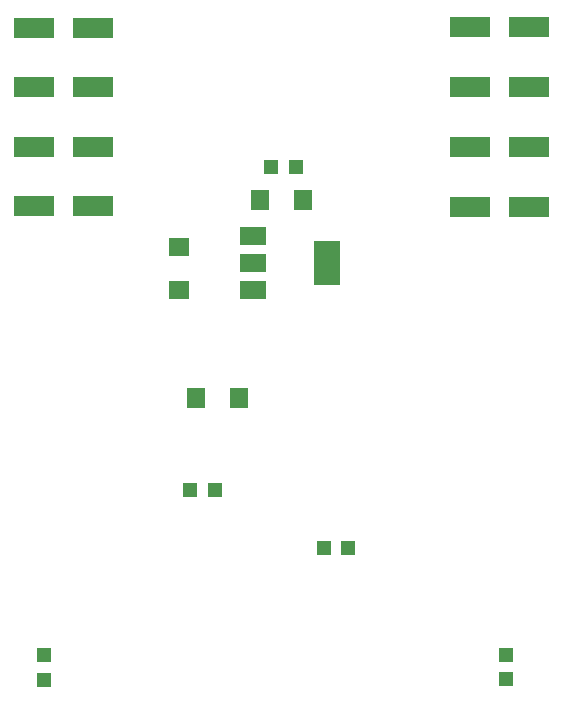
<source format=gtp>
%TF.GenerationSoftware,KiCad,Pcbnew,9.0.5*%
%TF.CreationDate,2025-11-06T15:34:49+07:00*%
%TF.ProjectId,WirelessMD,57697265-6c65-4737-934d-442e6b696361,rev?*%
%TF.SameCoordinates,Original*%
%TF.FileFunction,Paste,Top*%
%TF.FilePolarity,Positive*%
%FSLAX46Y46*%
G04 Gerber Fmt 4.6, Leading zero omitted, Abs format (unit mm)*
G04 Created by KiCad (PCBNEW 9.0.5) date 2025-11-06 15:34:49*
%MOMM*%
%LPD*%
G01*
G04 APERTURE LIST*
%ADD10R,2.200000X1.500000*%
%ADD11R,2.200000X3.800000*%
%ADD12R,3.500000X1.800000*%
%ADD13R,1.200000X1.200000*%
%ADD14R,1.500000X1.800000*%
%ADD15R,1.800000X1.500000*%
G04 APERTURE END LIST*
D10*
%TO.C,U6*%
X111683000Y-84568000D03*
X111683000Y-86868000D03*
X111683000Y-89168000D03*
D11*
X117983000Y-86868000D03*
%TD*%
D12*
%TO.C,D8*%
X130088000Y-66910000D03*
X135088000Y-66910000D03*
%TD*%
%TO.C,D4*%
X98178000Y-82051690D03*
X93178000Y-82051690D03*
%TD*%
%TO.C,D6*%
X130088000Y-82150000D03*
X135088000Y-82150000D03*
%TD*%
D13*
%TO.C,R12*%
X108458000Y-106045000D03*
X106358000Y-106045000D03*
%TD*%
D12*
%TO.C,D9*%
X130088000Y-71990000D03*
X135088000Y-71990000D03*
%TD*%
%TO.C,D3*%
X98178000Y-71973230D03*
X93178000Y-71973230D03*
%TD*%
D14*
%TO.C,C7*%
X115939000Y-81534000D03*
X112339000Y-81534000D03*
%TD*%
D13*
%TO.C,D10*%
X133096000Y-122115000D03*
X133096000Y-120015000D03*
%TD*%
D12*
%TO.C,D7*%
X130088000Y-77070000D03*
X135088000Y-77070000D03*
%TD*%
D15*
%TO.C,C9*%
X105410000Y-89142000D03*
X105410000Y-85542000D03*
%TD*%
D13*
%TO.C,C8*%
X115316000Y-78740000D03*
X113216000Y-78740000D03*
%TD*%
D14*
%TO.C,F2*%
X110512000Y-98298000D03*
X106912000Y-98298000D03*
%TD*%
D13*
%TO.C,R11*%
X117695000Y-110998000D03*
X119795000Y-110998000D03*
%TD*%
D12*
%TO.C,D2*%
X98178000Y-66934000D03*
X93178000Y-66934000D03*
%TD*%
%TO.C,D5*%
X98178000Y-77012460D03*
X93178000Y-77012460D03*
%TD*%
D13*
%TO.C,D11*%
X93980000Y-122174000D03*
X93980000Y-120074000D03*
%TD*%
M02*

</source>
